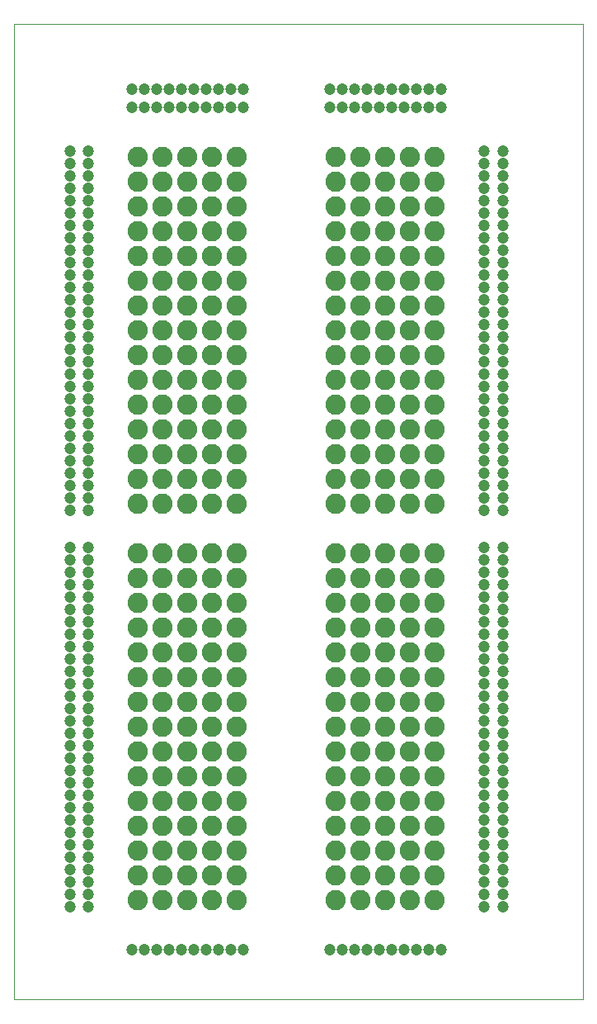
<source format=gts>
G75*
%MOIN*%
%OFA0B0*%
%FSLAX25Y25*%
%IPPOS*%
%LPD*%
%AMOC8*
5,1,8,0,0,1.08239X$1,22.5*
%
%ADD10C,0.00000*%
%ADD11C,0.08200*%
%ADD12C,0.04737*%
D10*
X0002550Y0001000D02*
X0002550Y0394701D01*
X0232471Y0394701D01*
X0232471Y0001000D01*
X0002550Y0001000D01*
D11*
X0052550Y0041000D03*
X0052550Y0051000D03*
X0052550Y0061000D03*
X0052550Y0071000D03*
X0052550Y0081000D03*
X0052550Y0091000D03*
X0052550Y0101000D03*
X0052550Y0111000D03*
X0052550Y0121000D03*
X0052550Y0131000D03*
X0052550Y0141000D03*
X0052550Y0151000D03*
X0052550Y0161000D03*
X0052550Y0171000D03*
X0052550Y0181000D03*
X0062550Y0181000D03*
X0062550Y0171000D03*
X0062550Y0161000D03*
X0062550Y0151000D03*
X0062550Y0141000D03*
X0062550Y0131000D03*
X0062550Y0121000D03*
X0062550Y0111000D03*
X0062550Y0101000D03*
X0062550Y0091000D03*
X0062550Y0081000D03*
X0062550Y0071000D03*
X0062550Y0061000D03*
X0062550Y0051000D03*
X0062550Y0041000D03*
X0072550Y0041000D03*
X0072550Y0051000D03*
X0072550Y0061000D03*
X0072550Y0071000D03*
X0072550Y0081000D03*
X0072550Y0091000D03*
X0072550Y0101000D03*
X0072550Y0111000D03*
X0072550Y0121000D03*
X0072550Y0131000D03*
X0072550Y0141000D03*
X0072550Y0151000D03*
X0072550Y0161000D03*
X0072550Y0171000D03*
X0072550Y0181000D03*
X0082550Y0181000D03*
X0082550Y0171000D03*
X0082550Y0161000D03*
X0082550Y0151000D03*
X0082550Y0141000D03*
X0082550Y0131000D03*
X0082550Y0121000D03*
X0082550Y0111000D03*
X0082550Y0101000D03*
X0082550Y0091000D03*
X0082550Y0081000D03*
X0082550Y0071000D03*
X0082550Y0061000D03*
X0082550Y0051000D03*
X0082550Y0041000D03*
X0092550Y0041000D03*
X0092550Y0051000D03*
X0092550Y0061000D03*
X0092550Y0071000D03*
X0092550Y0081000D03*
X0092550Y0091000D03*
X0092550Y0101000D03*
X0092550Y0111000D03*
X0092550Y0121000D03*
X0092550Y0131000D03*
X0092550Y0141000D03*
X0092550Y0151000D03*
X0092550Y0161000D03*
X0092550Y0171000D03*
X0092550Y0181000D03*
X0092550Y0201000D03*
X0092550Y0211000D03*
X0092550Y0221000D03*
X0092550Y0231000D03*
X0092550Y0241000D03*
X0092550Y0251000D03*
X0092550Y0261000D03*
X0092550Y0271000D03*
X0092550Y0281000D03*
X0092550Y0291000D03*
X0092550Y0301000D03*
X0092550Y0311000D03*
X0092550Y0321000D03*
X0092550Y0331000D03*
X0092550Y0341000D03*
X0082550Y0341000D03*
X0082550Y0331000D03*
X0082550Y0321000D03*
X0082550Y0311000D03*
X0082550Y0301000D03*
X0082550Y0291000D03*
X0082550Y0281000D03*
X0082550Y0271000D03*
X0082550Y0261000D03*
X0082550Y0251000D03*
X0082550Y0241000D03*
X0082550Y0231000D03*
X0082550Y0221000D03*
X0082550Y0211000D03*
X0082550Y0201000D03*
X0072550Y0201000D03*
X0072550Y0211000D03*
X0072550Y0221000D03*
X0072550Y0231000D03*
X0072550Y0241000D03*
X0072550Y0251000D03*
X0072550Y0261000D03*
X0072550Y0271000D03*
X0072550Y0281000D03*
X0072550Y0291000D03*
X0072550Y0301000D03*
X0072550Y0311000D03*
X0072550Y0321000D03*
X0072550Y0331000D03*
X0072550Y0341000D03*
X0062550Y0341000D03*
X0062550Y0331000D03*
X0062550Y0321000D03*
X0062550Y0311000D03*
X0062550Y0301000D03*
X0062550Y0291000D03*
X0062550Y0281000D03*
X0062550Y0271000D03*
X0062550Y0261000D03*
X0062550Y0251000D03*
X0062550Y0241000D03*
X0062550Y0231000D03*
X0062550Y0221000D03*
X0062550Y0211000D03*
X0062550Y0201000D03*
X0052550Y0201000D03*
X0052550Y0211000D03*
X0052550Y0221000D03*
X0052550Y0231000D03*
X0052550Y0241000D03*
X0052550Y0251000D03*
X0052550Y0261000D03*
X0052550Y0271000D03*
X0052550Y0281000D03*
X0052550Y0291000D03*
X0052550Y0301000D03*
X0052550Y0311000D03*
X0052550Y0321000D03*
X0052550Y0331000D03*
X0052550Y0341000D03*
X0132550Y0341000D03*
X0132550Y0331000D03*
X0132550Y0321000D03*
X0132550Y0311000D03*
X0132550Y0301000D03*
X0132550Y0291000D03*
X0132550Y0281000D03*
X0132550Y0271000D03*
X0132550Y0261000D03*
X0132550Y0251000D03*
X0132550Y0241000D03*
X0132550Y0231000D03*
X0132550Y0221000D03*
X0132550Y0211000D03*
X0132550Y0201000D03*
X0142550Y0201000D03*
X0142550Y0211000D03*
X0142550Y0221000D03*
X0142550Y0231000D03*
X0142550Y0241000D03*
X0142550Y0251000D03*
X0142550Y0261000D03*
X0142550Y0271000D03*
X0142550Y0281000D03*
X0142550Y0291000D03*
X0142550Y0301000D03*
X0142550Y0311000D03*
X0142550Y0321000D03*
X0142550Y0331000D03*
X0142550Y0341000D03*
X0152550Y0341000D03*
X0152550Y0331000D03*
X0152550Y0321000D03*
X0152550Y0311000D03*
X0152550Y0301000D03*
X0152550Y0291000D03*
X0152550Y0281000D03*
X0152550Y0271000D03*
X0152550Y0261000D03*
X0152550Y0251000D03*
X0152550Y0241000D03*
X0152550Y0231000D03*
X0152550Y0221000D03*
X0152550Y0211000D03*
X0152550Y0201000D03*
X0162550Y0201000D03*
X0162550Y0211000D03*
X0162550Y0221000D03*
X0162550Y0231000D03*
X0162550Y0241000D03*
X0162550Y0251000D03*
X0162550Y0261000D03*
X0162550Y0271000D03*
X0162550Y0281000D03*
X0162550Y0291000D03*
X0162550Y0301000D03*
X0162550Y0311000D03*
X0162550Y0321000D03*
X0162550Y0331000D03*
X0162550Y0341000D03*
X0172550Y0341000D03*
X0172550Y0331000D03*
X0172550Y0321000D03*
X0172550Y0311000D03*
X0172550Y0301000D03*
X0172550Y0291000D03*
X0172550Y0281000D03*
X0172550Y0271000D03*
X0172550Y0261000D03*
X0172550Y0251000D03*
X0172550Y0241000D03*
X0172550Y0231000D03*
X0172550Y0221000D03*
X0172550Y0211000D03*
X0172550Y0201000D03*
X0172550Y0181000D03*
X0172550Y0171000D03*
X0172550Y0161000D03*
X0172550Y0151000D03*
X0172550Y0141000D03*
X0172550Y0131000D03*
X0172550Y0121000D03*
X0172550Y0111000D03*
X0172550Y0101000D03*
X0172550Y0091000D03*
X0172550Y0081000D03*
X0172550Y0071000D03*
X0172550Y0061000D03*
X0172550Y0051000D03*
X0172550Y0041000D03*
X0162550Y0041000D03*
X0162550Y0051000D03*
X0162550Y0061000D03*
X0162550Y0071000D03*
X0162550Y0081000D03*
X0162550Y0091000D03*
X0162550Y0101000D03*
X0162550Y0111000D03*
X0162550Y0121000D03*
X0162550Y0131000D03*
X0162550Y0141000D03*
X0162550Y0151000D03*
X0162550Y0161000D03*
X0162550Y0171000D03*
X0162550Y0181000D03*
X0152550Y0181000D03*
X0152550Y0171000D03*
X0152550Y0161000D03*
X0152550Y0151000D03*
X0152550Y0141000D03*
X0152550Y0131000D03*
X0152550Y0121000D03*
X0152550Y0111000D03*
X0152550Y0101000D03*
X0152550Y0091000D03*
X0152550Y0081000D03*
X0152550Y0071000D03*
X0152550Y0061000D03*
X0152550Y0051000D03*
X0152550Y0041000D03*
X0142550Y0041000D03*
X0142550Y0051000D03*
X0142550Y0061000D03*
X0142550Y0071000D03*
X0142550Y0081000D03*
X0142550Y0091000D03*
X0142550Y0101000D03*
X0142550Y0111000D03*
X0142550Y0121000D03*
X0142550Y0131000D03*
X0142550Y0141000D03*
X0142550Y0151000D03*
X0142550Y0161000D03*
X0142550Y0171000D03*
X0142550Y0181000D03*
X0132550Y0181000D03*
X0132550Y0171000D03*
X0132550Y0161000D03*
X0132550Y0151000D03*
X0132550Y0141000D03*
X0132550Y0131000D03*
X0132550Y0121000D03*
X0132550Y0111000D03*
X0132550Y0101000D03*
X0132550Y0091000D03*
X0132550Y0081000D03*
X0132550Y0071000D03*
X0132550Y0061000D03*
X0132550Y0051000D03*
X0132550Y0041000D03*
D12*
X0130050Y0021000D03*
X0135050Y0021000D03*
X0140050Y0021000D03*
X0145050Y0021000D03*
X0150050Y0021000D03*
X0155050Y0021000D03*
X0160050Y0021000D03*
X0165050Y0021000D03*
X0170050Y0021000D03*
X0175050Y0021000D03*
X0192550Y0038500D03*
X0192550Y0043500D03*
X0192550Y0048500D03*
X0192550Y0053500D03*
X0192550Y0058500D03*
X0192550Y0063500D03*
X0192550Y0068500D03*
X0192550Y0073500D03*
X0192550Y0078500D03*
X0192550Y0083500D03*
X0192550Y0088500D03*
X0192550Y0093500D03*
X0192550Y0098500D03*
X0192550Y0103500D03*
X0192550Y0108500D03*
X0192550Y0113500D03*
X0192550Y0118500D03*
X0192550Y0123500D03*
X0192550Y0128500D03*
X0192550Y0133500D03*
X0192550Y0138500D03*
X0192550Y0143500D03*
X0192550Y0148500D03*
X0192550Y0153500D03*
X0192550Y0158500D03*
X0192550Y0163500D03*
X0192550Y0168500D03*
X0192550Y0173500D03*
X0192550Y0178500D03*
X0192550Y0183500D03*
X0192550Y0198500D03*
X0192550Y0203500D03*
X0192550Y0208500D03*
X0192550Y0213500D03*
X0192550Y0218500D03*
X0192550Y0223500D03*
X0192550Y0228500D03*
X0192550Y0233500D03*
X0192550Y0238500D03*
X0192550Y0243500D03*
X0192550Y0248500D03*
X0192550Y0253500D03*
X0192550Y0258500D03*
X0192550Y0263500D03*
X0192550Y0268500D03*
X0192550Y0273500D03*
X0192550Y0278500D03*
X0192550Y0283500D03*
X0192550Y0288500D03*
X0192550Y0293500D03*
X0192550Y0298500D03*
X0192550Y0303500D03*
X0192550Y0308500D03*
X0192550Y0313500D03*
X0192550Y0318500D03*
X0192550Y0323500D03*
X0192550Y0328500D03*
X0192550Y0333500D03*
X0192550Y0338500D03*
X0192550Y0343500D03*
X0200050Y0343500D03*
X0200050Y0338500D03*
X0200050Y0333500D03*
X0200050Y0328500D03*
X0200050Y0323500D03*
X0200050Y0318500D03*
X0200050Y0313500D03*
X0200050Y0308500D03*
X0200050Y0303500D03*
X0200050Y0298500D03*
X0200050Y0293500D03*
X0200050Y0288500D03*
X0200050Y0283500D03*
X0200050Y0278500D03*
X0200050Y0273500D03*
X0200050Y0268500D03*
X0200050Y0263500D03*
X0200050Y0258500D03*
X0200050Y0253500D03*
X0200050Y0248500D03*
X0200050Y0243500D03*
X0200050Y0238500D03*
X0200050Y0233500D03*
X0200050Y0228500D03*
X0200050Y0223500D03*
X0200050Y0218500D03*
X0200050Y0213500D03*
X0200050Y0208500D03*
X0200050Y0203500D03*
X0200050Y0198500D03*
X0200050Y0183500D03*
X0200050Y0178500D03*
X0200050Y0173500D03*
X0200050Y0168500D03*
X0200050Y0163500D03*
X0200050Y0158500D03*
X0200050Y0153500D03*
X0200050Y0148500D03*
X0200050Y0143500D03*
X0200050Y0138500D03*
X0200050Y0133500D03*
X0200050Y0128500D03*
X0200050Y0123500D03*
X0200050Y0118500D03*
X0200050Y0113500D03*
X0200050Y0108500D03*
X0200050Y0103500D03*
X0200050Y0098500D03*
X0200050Y0093500D03*
X0200050Y0088500D03*
X0200050Y0083500D03*
X0200050Y0078500D03*
X0200050Y0073500D03*
X0200050Y0068500D03*
X0200050Y0063500D03*
X0200050Y0058500D03*
X0200050Y0053500D03*
X0200050Y0048500D03*
X0200050Y0043500D03*
X0200050Y0038500D03*
X0095050Y0021000D03*
X0090050Y0021000D03*
X0085050Y0021000D03*
X0080050Y0021000D03*
X0075050Y0021000D03*
X0070050Y0021000D03*
X0065050Y0021000D03*
X0060050Y0021000D03*
X0055050Y0021000D03*
X0050050Y0021000D03*
X0032550Y0038500D03*
X0032550Y0043500D03*
X0032550Y0048500D03*
X0032550Y0053500D03*
X0032550Y0058500D03*
X0032550Y0063500D03*
X0032550Y0068500D03*
X0032550Y0073500D03*
X0032550Y0078500D03*
X0032550Y0083500D03*
X0032550Y0088500D03*
X0032550Y0093500D03*
X0032550Y0098500D03*
X0032550Y0103500D03*
X0032550Y0108500D03*
X0032550Y0113500D03*
X0032550Y0118500D03*
X0032550Y0123500D03*
X0032550Y0128500D03*
X0032550Y0133500D03*
X0032550Y0138500D03*
X0032550Y0143500D03*
X0032550Y0148500D03*
X0032550Y0153500D03*
X0032550Y0158500D03*
X0032550Y0163500D03*
X0032550Y0168500D03*
X0032550Y0173500D03*
X0032550Y0178500D03*
X0032550Y0183500D03*
X0025050Y0183500D03*
X0025050Y0178500D03*
X0025050Y0173500D03*
X0025050Y0168500D03*
X0025050Y0163500D03*
X0025050Y0158500D03*
X0025050Y0153500D03*
X0025050Y0148500D03*
X0025050Y0143500D03*
X0025050Y0138500D03*
X0025050Y0133500D03*
X0025050Y0128500D03*
X0025050Y0123500D03*
X0025050Y0118500D03*
X0025050Y0113500D03*
X0025050Y0108500D03*
X0025050Y0103500D03*
X0025050Y0098500D03*
X0025050Y0093500D03*
X0025050Y0088500D03*
X0025050Y0083500D03*
X0025050Y0078500D03*
X0025050Y0073500D03*
X0025050Y0068500D03*
X0025050Y0063500D03*
X0025050Y0058500D03*
X0025050Y0053500D03*
X0025050Y0048500D03*
X0025050Y0043500D03*
X0025050Y0038500D03*
X0025050Y0198500D03*
X0025050Y0203500D03*
X0025050Y0208500D03*
X0025050Y0213500D03*
X0025050Y0218500D03*
X0025050Y0223500D03*
X0025050Y0228500D03*
X0025050Y0233500D03*
X0025050Y0238500D03*
X0025050Y0243500D03*
X0025050Y0248500D03*
X0025050Y0253500D03*
X0025050Y0258500D03*
X0025050Y0263500D03*
X0025050Y0268500D03*
X0025050Y0273500D03*
X0025050Y0278500D03*
X0025050Y0283500D03*
X0025050Y0288500D03*
X0025050Y0293500D03*
X0025050Y0298500D03*
X0025050Y0303500D03*
X0025050Y0308500D03*
X0025050Y0313500D03*
X0025050Y0318500D03*
X0025050Y0323500D03*
X0025050Y0328500D03*
X0025050Y0333500D03*
X0025050Y0338500D03*
X0025050Y0343500D03*
X0032550Y0343500D03*
X0032550Y0338500D03*
X0032550Y0333500D03*
X0032550Y0328500D03*
X0032550Y0323500D03*
X0032550Y0318500D03*
X0032550Y0313500D03*
X0032550Y0308500D03*
X0032550Y0303500D03*
X0032550Y0298500D03*
X0032550Y0293500D03*
X0032550Y0288500D03*
X0032550Y0283500D03*
X0032550Y0278500D03*
X0032550Y0273500D03*
X0032550Y0268500D03*
X0032550Y0263500D03*
X0032550Y0258500D03*
X0032550Y0253500D03*
X0032550Y0248500D03*
X0032550Y0243500D03*
X0032550Y0238500D03*
X0032550Y0233500D03*
X0032550Y0228500D03*
X0032550Y0223500D03*
X0032550Y0218500D03*
X0032550Y0213500D03*
X0032550Y0208500D03*
X0032550Y0203500D03*
X0032550Y0198500D03*
X0050050Y0361000D03*
X0055050Y0361000D03*
X0060050Y0361000D03*
X0065050Y0361000D03*
X0070050Y0361000D03*
X0075050Y0361000D03*
X0075050Y0368500D03*
X0070050Y0368500D03*
X0065050Y0368500D03*
X0060050Y0368500D03*
X0055050Y0368500D03*
X0050050Y0368500D03*
X0080050Y0368500D03*
X0085050Y0368500D03*
X0090050Y0368500D03*
X0095050Y0368500D03*
X0095050Y0361000D03*
X0090050Y0361000D03*
X0085050Y0361000D03*
X0080050Y0361000D03*
X0130050Y0361000D03*
X0135050Y0361000D03*
X0140050Y0361000D03*
X0145050Y0361000D03*
X0150050Y0361000D03*
X0155050Y0361000D03*
X0155050Y0368500D03*
X0150050Y0368500D03*
X0145050Y0368500D03*
X0140050Y0368500D03*
X0135050Y0368500D03*
X0130050Y0368500D03*
X0160050Y0368500D03*
X0165050Y0368500D03*
X0170050Y0368500D03*
X0175050Y0368500D03*
X0175050Y0361000D03*
X0170050Y0361000D03*
X0165050Y0361000D03*
X0160050Y0361000D03*
M02*

</source>
